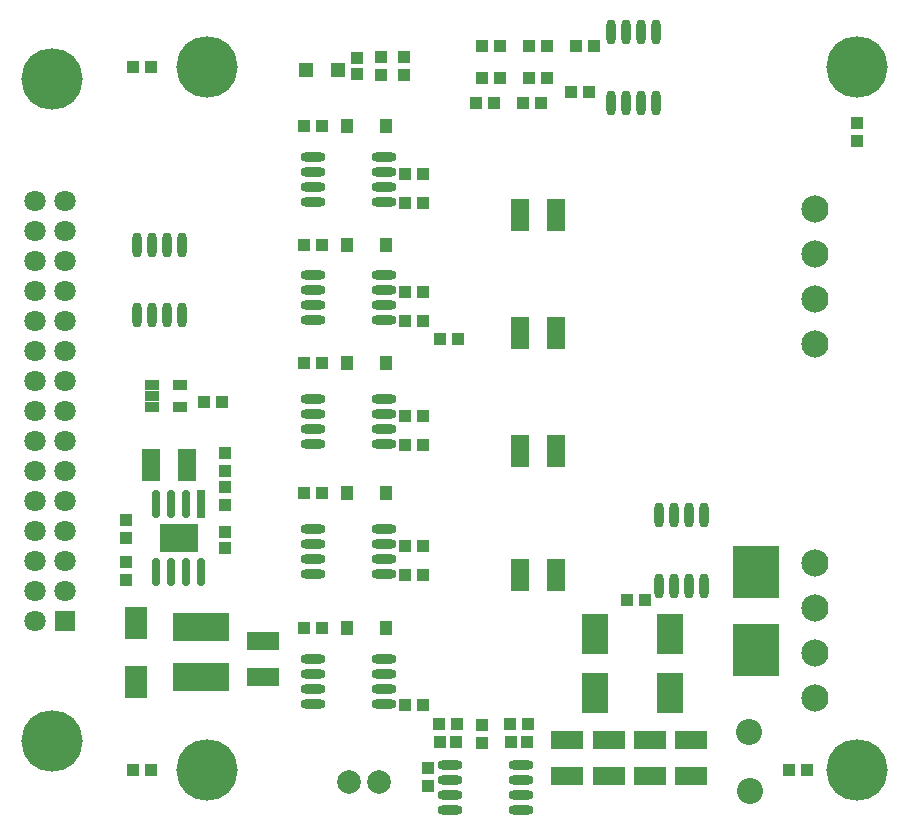
<source format=gts>
G04 Layer_Color=8388736*
%FSLAX44Y44*%
%MOMM*%
G71*
G01*
G75*
%ADD54R,1.0032X1.1032*%
%ADD55O,0.8032X2.1032*%
%ADD56O,2.1032X0.8032*%
%ADD57R,1.1032X1.0032*%
%ADD58R,2.2032X3.4032*%
%ADD59R,1.6032X2.8032*%
%ADD60R,4.0032X4.4032*%
%ADD61R,2.8032X1.6032*%
%ADD62R,1.3032X0.8532*%
%ADD63R,3.2032X2.3332*%
%ADD64O,0.7032X2.4032*%
%ADD65R,0.7032X2.4032*%
%ADD66R,1.9032X2.7032*%
%ADD67R,4.7032X2.4032*%
%ADD68R,1.1032X1.3032*%
%ADD69R,1.2032X1.2032*%
%ADD70C,2.2032*%
%ADD71C,2.3032*%
%ADD72C,5.2032*%
%ADD73C,1.8032*%
%ADD74R,1.8032X1.8032*%
%ADD75C,2.0032*%
D54*
X812380Y1038000D02*
D03*
X827620D02*
D03*
X855380Y569000D02*
D03*
X870620D02*
D03*
X787620Y1038000D02*
D03*
X772380D02*
D03*
X787620Y1011000D02*
D03*
X772380D02*
D03*
X782620Y990000D02*
D03*
X767380D02*
D03*
X696380Y464000D02*
D03*
X711620D02*
D03*
X1007620Y425000D02*
D03*
X992380D02*
D03*
X452620D02*
D03*
X437380D02*
D03*
X452620Y1020000D02*
D03*
X437380D02*
D03*
X497380Y737000D02*
D03*
X512620D02*
D03*
X667380Y480000D02*
D03*
X682620D02*
D03*
X597620Y545000D02*
D03*
X582380D02*
D03*
X667380Y590000D02*
D03*
X682620D02*
D03*
X667380Y615000D02*
D03*
X682620D02*
D03*
X597620Y660000D02*
D03*
X582380D02*
D03*
X667380Y700000D02*
D03*
X682620D02*
D03*
X667380Y725000D02*
D03*
X682620D02*
D03*
X597620Y770000D02*
D03*
X582380D02*
D03*
X697380Y790000D02*
D03*
X712620D02*
D03*
X667380Y805000D02*
D03*
X682620D02*
D03*
X667380Y830000D02*
D03*
X682620D02*
D03*
X597620Y870000D02*
D03*
X582380D02*
D03*
X667380Y905000D02*
D03*
X682620D02*
D03*
X667380Y930000D02*
D03*
X682620D02*
D03*
X597620Y970000D02*
D03*
X582380D02*
D03*
X747620Y1038000D02*
D03*
X732380D02*
D03*
X747620Y1011000D02*
D03*
X732380D02*
D03*
X742620Y990000D02*
D03*
X727380D02*
D03*
X808380Y999000D02*
D03*
X823620D02*
D03*
X757000Y449000D02*
D03*
X771000D02*
D03*
X771620Y464000D02*
D03*
X756380D02*
D03*
X711000Y449000D02*
D03*
X697000D02*
D03*
D55*
X841950Y990000D02*
D03*
X854650D02*
D03*
X867350D02*
D03*
X880050D02*
D03*
X841950Y1050000D02*
D03*
X854650D02*
D03*
X867350D02*
D03*
X880050D02*
D03*
X882950Y581000D02*
D03*
X895650D02*
D03*
X908350D02*
D03*
X921050D02*
D03*
X882950Y641000D02*
D03*
X895650D02*
D03*
X908350D02*
D03*
X921050D02*
D03*
X479050Y870000D02*
D03*
X466350D02*
D03*
X453650D02*
D03*
X440950D02*
D03*
X479050Y810000D02*
D03*
X466350D02*
D03*
X453650D02*
D03*
X440950D02*
D03*
D56*
X766000Y390950D02*
D03*
Y403650D02*
D03*
Y416350D02*
D03*
Y429050D02*
D03*
X706000Y390950D02*
D03*
Y403650D02*
D03*
Y416350D02*
D03*
Y429050D02*
D03*
X590000Y519050D02*
D03*
Y506350D02*
D03*
Y493650D02*
D03*
Y480950D02*
D03*
X650000Y519050D02*
D03*
Y506350D02*
D03*
Y493650D02*
D03*
Y480950D02*
D03*
X590000Y629050D02*
D03*
Y616350D02*
D03*
Y603650D02*
D03*
Y590950D02*
D03*
X650000Y629050D02*
D03*
Y616350D02*
D03*
Y603650D02*
D03*
Y590950D02*
D03*
X590000Y739050D02*
D03*
Y726350D02*
D03*
Y713650D02*
D03*
Y700950D02*
D03*
X650000Y739050D02*
D03*
Y726350D02*
D03*
Y713650D02*
D03*
Y700950D02*
D03*
X590000Y844050D02*
D03*
Y831350D02*
D03*
Y818650D02*
D03*
Y805950D02*
D03*
X650000Y844050D02*
D03*
Y831350D02*
D03*
Y818650D02*
D03*
Y805950D02*
D03*
X590000Y944050D02*
D03*
Y931350D02*
D03*
Y918650D02*
D03*
Y905950D02*
D03*
X650000Y944050D02*
D03*
Y931350D02*
D03*
Y918650D02*
D03*
Y905950D02*
D03*
D57*
X1050000Y972620D02*
D03*
Y957380D02*
D03*
X667000Y1028620D02*
D03*
Y1013380D02*
D03*
X733000Y463620D02*
D03*
Y448380D02*
D03*
X515000Y664620D02*
D03*
Y649380D02*
D03*
Y613000D02*
D03*
Y627000D02*
D03*
Y693620D02*
D03*
Y678380D02*
D03*
X431000Y621380D02*
D03*
Y636620D02*
D03*
Y586380D02*
D03*
Y601620D02*
D03*
X647000Y1013380D02*
D03*
Y1028620D02*
D03*
X627000Y1028000D02*
D03*
Y1014000D02*
D03*
X687000Y411380D02*
D03*
Y426620D02*
D03*
D58*
X891700Y540000D02*
D03*
X828300D02*
D03*
X891700Y490000D02*
D03*
X828300D02*
D03*
D59*
X764760Y590000D02*
D03*
X795240D02*
D03*
X764760Y895000D02*
D03*
X795240D02*
D03*
X764760Y795000D02*
D03*
X795240D02*
D03*
X764760Y695000D02*
D03*
X795240D02*
D03*
X483240Y683000D02*
D03*
X452760D02*
D03*
D60*
X965000Y593000D02*
D03*
Y527000D02*
D03*
D61*
X547000Y503760D02*
D03*
Y534240D02*
D03*
X910000Y450240D02*
D03*
Y419760D02*
D03*
X875000Y450240D02*
D03*
Y419760D02*
D03*
X840000Y450240D02*
D03*
Y419760D02*
D03*
X805000Y450240D02*
D03*
Y419760D02*
D03*
D62*
X453000Y751500D02*
D03*
Y742000D02*
D03*
Y732500D02*
D03*
X477000D02*
D03*
Y751500D02*
D03*
D63*
X475950Y621250D02*
D03*
D64*
X456900Y592500D02*
D03*
X469600D02*
D03*
X482300D02*
D03*
X495000D02*
D03*
X456900Y650000D02*
D03*
X469600D02*
D03*
X482300D02*
D03*
D65*
X495000D02*
D03*
D66*
X440000Y550000D02*
D03*
Y500000D02*
D03*
D67*
X495000Y503500D02*
D03*
Y546500D02*
D03*
D68*
X651500Y545000D02*
D03*
X618500D02*
D03*
X651500Y660000D02*
D03*
X618500D02*
D03*
X651500Y770000D02*
D03*
X618500D02*
D03*
X651500Y870000D02*
D03*
X618500D02*
D03*
X651500Y970000D02*
D03*
X618500D02*
D03*
D69*
X610500Y1018000D02*
D03*
X583500D02*
D03*
D70*
X960000Y407500D02*
D03*
X959000Y457500D02*
D03*
D71*
X1015000Y485700D02*
D03*
Y523800D02*
D03*
Y561900D02*
D03*
Y600000D02*
D03*
X1015000Y785700D02*
D03*
Y823800D02*
D03*
Y861900D02*
D03*
Y900000D02*
D03*
D72*
X500000Y425000D02*
D03*
X369000Y450000D02*
D03*
Y1010000D02*
D03*
X1050000Y425000D02*
D03*
Y1020000D02*
D03*
X500000D02*
D03*
D73*
X354600Y703800D02*
D03*
Y754600D02*
D03*
Y729200D02*
D03*
Y780000D02*
D03*
Y678400D02*
D03*
Y653000D02*
D03*
Y627600D02*
D03*
Y602200D02*
D03*
Y576800D02*
D03*
Y551400D02*
D03*
X380000Y576800D02*
D03*
Y602200D02*
D03*
Y627600D02*
D03*
Y653000D02*
D03*
Y678400D02*
D03*
Y703800D02*
D03*
Y729200D02*
D03*
Y754600D02*
D03*
Y780000D02*
D03*
Y907000D02*
D03*
Y881600D02*
D03*
Y856200D02*
D03*
Y830800D02*
D03*
Y805400D02*
D03*
X354600D02*
D03*
Y830800D02*
D03*
Y856200D02*
D03*
Y881600D02*
D03*
Y907000D02*
D03*
D74*
X380000Y551400D02*
D03*
D75*
X645400Y415000D02*
D03*
X620000D02*
D03*
M02*

</source>
